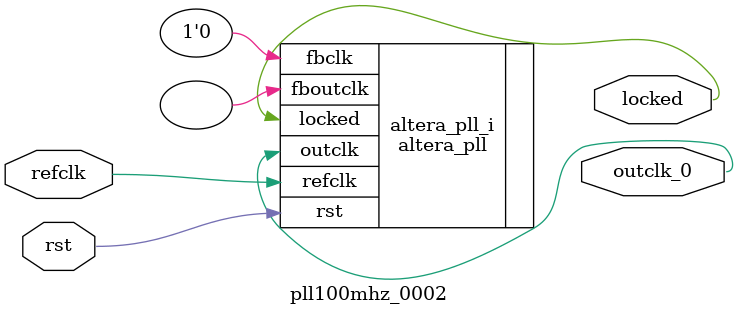
<source format=v>
`timescale 1ns/10ps
module  pll100mhz_0002(

	// interface 'refclk'
	input wire refclk,

	// interface 'reset'
	input wire rst,

	// interface 'outclk0'
	output wire outclk_0,

	// interface 'locked'
	output wire locked
);

	altera_pll #(
		.fractional_vco_multiplier("false"),
		.reference_clock_frequency("50.0 MHz"),
		.operation_mode("direct"),
		.number_of_clocks(1),
		.output_clock_frequency0("100.000000 MHz"),
		.phase_shift0("0 ps"),
		.duty_cycle0(50),
		.output_clock_frequency1("0 MHz"),
		.phase_shift1("0 ps"),
		.duty_cycle1(50),
		.output_clock_frequency2("0 MHz"),
		.phase_shift2("0 ps"),
		.duty_cycle2(50),
		.output_clock_frequency3("0 MHz"),
		.phase_shift3("0 ps"),
		.duty_cycle3(50),
		.output_clock_frequency4("0 MHz"),
		.phase_shift4("0 ps"),
		.duty_cycle4(50),
		.output_clock_frequency5("0 MHz"),
		.phase_shift5("0 ps"),
		.duty_cycle5(50),
		.output_clock_frequency6("0 MHz"),
		.phase_shift6("0 ps"),
		.duty_cycle6(50),
		.output_clock_frequency7("0 MHz"),
		.phase_shift7("0 ps"),
		.duty_cycle7(50),
		.output_clock_frequency8("0 MHz"),
		.phase_shift8("0 ps"),
		.duty_cycle8(50),
		.output_clock_frequency9("0 MHz"),
		.phase_shift9("0 ps"),
		.duty_cycle9(50),
		.output_clock_frequency10("0 MHz"),
		.phase_shift10("0 ps"),
		.duty_cycle10(50),
		.output_clock_frequency11("0 MHz"),
		.phase_shift11("0 ps"),
		.duty_cycle11(50),
		.output_clock_frequency12("0 MHz"),
		.phase_shift12("0 ps"),
		.duty_cycle12(50),
		.output_clock_frequency13("0 MHz"),
		.phase_shift13("0 ps"),
		.duty_cycle13(50),
		.output_clock_frequency14("0 MHz"),
		.phase_shift14("0 ps"),
		.duty_cycle14(50),
		.output_clock_frequency15("0 MHz"),
		.phase_shift15("0 ps"),
		.duty_cycle15(50),
		.output_clock_frequency16("0 MHz"),
		.phase_shift16("0 ps"),
		.duty_cycle16(50),
		.output_clock_frequency17("0 MHz"),
		.phase_shift17("0 ps"),
		.duty_cycle17(50),
		.pll_type("General"),
		.pll_subtype("General")
	) altera_pll_i (
		.rst	(rst),
		.outclk	({outclk_0}),
		.locked	(locked),
		.fboutclk	( ),
		.fbclk	(1'b0),
		.refclk	(refclk)
	);
endmodule


</source>
